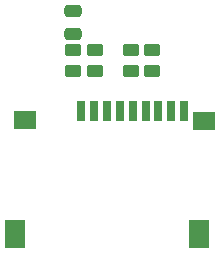
<source format=gbr>
%TF.GenerationSoftware,KiCad,Pcbnew,7.0.5*%
%TF.CreationDate,2023-10-07T01:59:45-03:00*%
%TF.ProjectId,ESP32_MicroSD,45535033-325f-44d6-9963-726f53442e6b,rev?*%
%TF.SameCoordinates,Original*%
%TF.FileFunction,Paste,Bot*%
%TF.FilePolarity,Positive*%
%FSLAX46Y46*%
G04 Gerber Fmt 4.6, Leading zero omitted, Abs format (unit mm)*
G04 Created by KiCad (PCBNEW 7.0.5) date 2023-10-07 01:59:45*
%MOMM*%
%LPD*%
G01*
G04 APERTURE LIST*
G04 Aperture macros list*
%AMRoundRect*
0 Rectangle with rounded corners*
0 $1 Rounding radius*
0 $2 $3 $4 $5 $6 $7 $8 $9 X,Y pos of 4 corners*
0 Add a 4 corners polygon primitive as box body*
4,1,4,$2,$3,$4,$5,$6,$7,$8,$9,$2,$3,0*
0 Add four circle primitives for the rounded corners*
1,1,$1+$1,$2,$3*
1,1,$1+$1,$4,$5*
1,1,$1+$1,$6,$7*
1,1,$1+$1,$8,$9*
0 Add four rect primitives between the rounded corners*
20,1,$1+$1,$2,$3,$4,$5,0*
20,1,$1+$1,$4,$5,$6,$7,0*
20,1,$1+$1,$6,$7,$8,$9,0*
20,1,$1+$1,$8,$9,$2,$3,0*%
G04 Aperture macros list end*
%ADD10R,0.750000X1.675000*%
%ADD11R,1.900000X1.650000*%
%ADD12R,1.657300X2.363000*%
%ADD13R,1.689000X2.393000*%
%ADD14R,1.900000X1.500000*%
%ADD15RoundRect,0.250000X0.475000X-0.250000X0.475000X0.250000X-0.475000X0.250000X-0.475000X-0.250000X0*%
%ADD16RoundRect,0.250000X-0.450000X0.262500X-0.450000X-0.262500X0.450000X-0.262500X0.450000X0.262500X0*%
G04 APERTURE END LIST*
D10*
%TO.C,J2*%
X78652890Y-91467337D03*
X79756982Y-91485300D03*
X80845656Y-91493242D03*
X81941698Y-91483853D03*
X83034794Y-91481478D03*
X84127288Y-91470722D03*
X85215962Y-91478664D03*
X86312004Y-91469275D03*
X87405100Y-91466900D03*
D11*
X89055100Y-92304400D03*
D12*
X88655250Y-101910900D03*
D13*
X73094600Y-101895900D03*
D14*
X73955100Y-92279400D03*
%TD*%
D15*
%TO.C,C1*%
X77978000Y-84973200D03*
X77978000Y-83073200D03*
%TD*%
D16*
%TO.C,R1*%
X84683600Y-88136100D03*
X84683600Y-86311100D03*
%TD*%
%TO.C,R3*%
X79806800Y-88136100D03*
X79806800Y-86311100D03*
%TD*%
%TO.C,R2*%
X82854800Y-88136100D03*
X82854800Y-86311100D03*
%TD*%
%TO.C,R4*%
X77978000Y-88136100D03*
X77978000Y-86311100D03*
%TD*%
M02*

</source>
